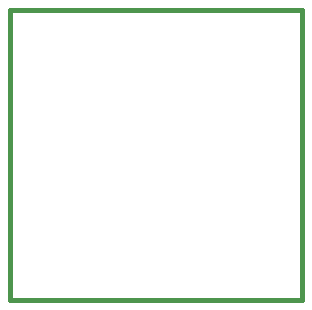
<source format=gtp>
G75*
G70*
%OFA0B0*%
%FSLAX24Y24*%
%IPPOS*%
%LPD*%
%AMOC8*
5,1,8,0,0,1.08239X$1,22.5*
%
%ADD10C,0.0160*%
D10*
X000367Y000180D02*
X010117Y000180D01*
X010117Y009867D01*
X000367Y009867D01*
X000367Y000180D01*
M02*

</source>
